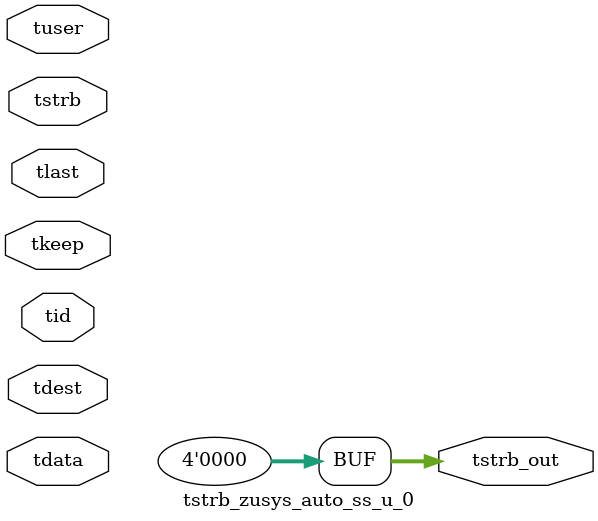
<source format=v>


`timescale 1ps/1ps

module tstrb_zusys_auto_ss_u_0 #
(
parameter C_S_AXIS_TDATA_WIDTH = 32,
parameter C_S_AXIS_TUSER_WIDTH = 0,
parameter C_S_AXIS_TID_WIDTH   = 0,
parameter C_S_AXIS_TDEST_WIDTH = 0,
parameter C_M_AXIS_TDATA_WIDTH = 32
)
(
input  [(C_S_AXIS_TDATA_WIDTH == 0 ? 1 : C_S_AXIS_TDATA_WIDTH)-1:0     ] tdata,
input  [(C_S_AXIS_TUSER_WIDTH == 0 ? 1 : C_S_AXIS_TUSER_WIDTH)-1:0     ] tuser,
input  [(C_S_AXIS_TID_WIDTH   == 0 ? 1 : C_S_AXIS_TID_WIDTH)-1:0       ] tid,
input  [(C_S_AXIS_TDEST_WIDTH == 0 ? 1 : C_S_AXIS_TDEST_WIDTH)-1:0     ] tdest,
input  [(C_S_AXIS_TDATA_WIDTH/8)-1:0 ] tkeep,
input  [(C_S_AXIS_TDATA_WIDTH/8)-1:0 ] tstrb,
input                                                                    tlast,
output [(C_M_AXIS_TDATA_WIDTH/8)-1:0 ] tstrb_out
);

assign tstrb_out = {1'b0};

endmodule


</source>
